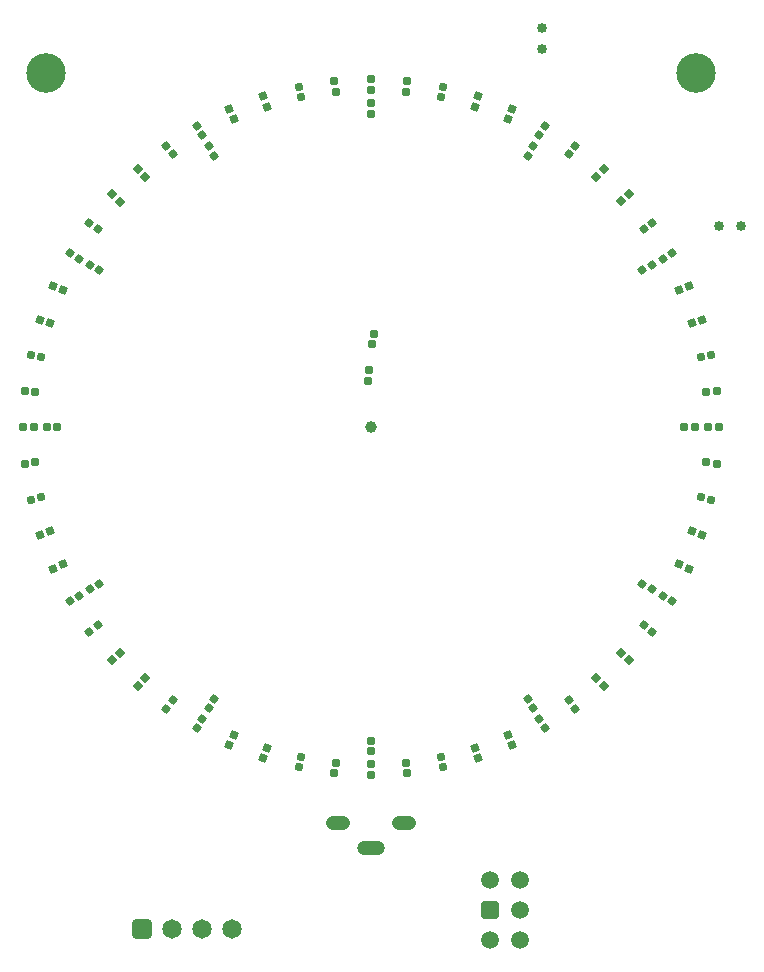
<source format=gbr>
%TF.GenerationSoftware,Altium Limited,Altium Designer,20.1.8 (145)*%
G04 Layer_Color=32768*
%FSLAX43Y43*%
%MOMM*%
%TF.SameCoordinates,D169B7AB-BDD6-48C1-BF66-756871F3EBFE*%
%TF.FilePolarity,Negative*%
%TF.FileFunction,Soldermask,Top*%
%TF.Part,Single*%
G01*
G75*
%TA.AperFunction,ComponentPad*%
%ADD51C,1.500*%
G04:AMPARAMS|DCode=52|XSize=1.5mm|YSize=1.5mm|CornerRadius=0.15mm|HoleSize=0mm|Usage=FLASHONLY|Rotation=0.000|XOffset=0mm|YOffset=0mm|HoleType=Round|Shape=RoundedRectangle|*
%AMROUNDEDRECTD52*
21,1,1.500,1.200,0,0,0.0*
21,1,1.200,1.500,0,0,0.0*
1,1,0.300,0.600,-0.600*
1,1,0.300,-0.600,-0.600*
1,1,0.300,-0.600,0.600*
1,1,0.300,0.600,0.600*
%
%ADD52ROUNDEDRECTD52*%
%ADD106O,2.050X1.250*%
%ADD107O,2.350X1.250*%
%ADD108C,0.850*%
G04:AMPARAMS|DCode=109|XSize=1.65mm|YSize=1.65mm|CornerRadius=0.263mm|HoleSize=0mm|Usage=FLASHONLY|Rotation=0.000|XOffset=0mm|YOffset=0mm|HoleType=Round|Shape=RoundedRectangle|*
%AMROUNDEDRECTD109*
21,1,1.650,1.125,0,0,0.0*
21,1,1.125,1.650,0,0,0.0*
1,1,0.525,0.563,-0.563*
1,1,0.525,-0.563,-0.563*
1,1,0.525,-0.563,0.563*
1,1,0.525,0.563,0.563*
%
%ADD109ROUNDEDRECTD109*%
%ADD110C,1.650*%
%TA.AperFunction,ViaPad*%
%ADD111C,3.350*%
%ADD112C,1.000*%
%TA.AperFunction,SMDPad,CuDef*%
G04:AMPARAMS|DCode=114|XSize=0.65mm|YSize=0.65mm|CornerRadius=0.078mm|HoleSize=0mm|Usage=FLASHONLY|Rotation=180.000|XOffset=0mm|YOffset=0mm|HoleType=Round|Shape=RoundedRectangle|*
%AMROUNDEDRECTD114*
21,1,0.650,0.495,0,0,180.0*
21,1,0.495,0.650,0,0,180.0*
1,1,0.155,-0.248,0.248*
1,1,0.155,0.248,0.248*
1,1,0.155,0.248,-0.248*
1,1,0.155,-0.248,-0.248*
%
%ADD114ROUNDEDRECTD114*%
G04:AMPARAMS|DCode=115|XSize=0.65mm|YSize=0.65mm|CornerRadius=0.078mm|HoleSize=0mm|Usage=FLASHONLY|Rotation=174.000|XOffset=0mm|YOffset=0mm|HoleType=Round|Shape=RoundedRectangle|*
%AMROUNDEDRECTD115*
21,1,0.650,0.495,0,0,174.0*
21,1,0.495,0.650,0,0,174.0*
1,1,0.155,-0.220,0.272*
1,1,0.155,0.272,0.220*
1,1,0.155,0.220,-0.272*
1,1,0.155,-0.272,-0.220*
%
%ADD115ROUNDEDRECTD115*%
G04:AMPARAMS|DCode=116|XSize=0.65mm|YSize=0.65mm|CornerRadius=0.078mm|HoleSize=0mm|Usage=FLASHONLY|Rotation=168.000|XOffset=0mm|YOffset=0mm|HoleType=Round|Shape=RoundedRectangle|*
%AMROUNDEDRECTD116*
21,1,0.650,0.495,0,0,168.0*
21,1,0.495,0.650,0,0,168.0*
1,1,0.155,-0.191,0.294*
1,1,0.155,0.294,0.191*
1,1,0.155,0.191,-0.294*
1,1,0.155,-0.294,-0.191*
%
%ADD116ROUNDEDRECTD116*%
G04:AMPARAMS|DCode=117|XSize=0.65mm|YSize=0.65mm|CornerRadius=0.078mm|HoleSize=0mm|Usage=FLASHONLY|Rotation=162.000|XOffset=0mm|YOffset=0mm|HoleType=Round|Shape=RoundedRectangle|*
%AMROUNDEDRECTD117*
21,1,0.650,0.495,0,0,162.0*
21,1,0.495,0.650,0,0,162.0*
1,1,0.155,-0.159,0.312*
1,1,0.155,0.312,0.159*
1,1,0.155,0.159,-0.312*
1,1,0.155,-0.312,-0.159*
%
%ADD117ROUNDEDRECTD117*%
G04:AMPARAMS|DCode=118|XSize=0.65mm|YSize=0.65mm|CornerRadius=0.078mm|HoleSize=0mm|Usage=FLASHONLY|Rotation=156.000|XOffset=0mm|YOffset=0mm|HoleType=Round|Shape=RoundedRectangle|*
%AMROUNDEDRECTD118*
21,1,0.650,0.495,0,0,156.0*
21,1,0.495,0.650,0,0,156.0*
1,1,0.155,-0.125,0.327*
1,1,0.155,0.327,0.125*
1,1,0.155,0.125,-0.327*
1,1,0.155,-0.327,-0.125*
%
%ADD118ROUNDEDRECTD118*%
G04:AMPARAMS|DCode=119|XSize=0.65mm|YSize=0.65mm|CornerRadius=0.078mm|HoleSize=0mm|Usage=FLASHONLY|Rotation=150.000|XOffset=0mm|YOffset=0mm|HoleType=Round|Shape=RoundedRectangle|*
%AMROUNDEDRECTD119*
21,1,0.650,0.495,0,0,150.0*
21,1,0.495,0.650,0,0,150.0*
1,1,0.155,-0.091,0.338*
1,1,0.155,0.338,0.091*
1,1,0.155,0.091,-0.338*
1,1,0.155,-0.338,-0.091*
%
%ADD119ROUNDEDRECTD119*%
G04:AMPARAMS|DCode=120|XSize=0.65mm|YSize=0.65mm|CornerRadius=0.078mm|HoleSize=0mm|Usage=FLASHONLY|Rotation=144.000|XOffset=0mm|YOffset=0mm|HoleType=Round|Shape=RoundedRectangle|*
%AMROUNDEDRECTD120*
21,1,0.650,0.495,0,0,144.0*
21,1,0.495,0.650,0,0,144.0*
1,1,0.155,-0.055,0.346*
1,1,0.155,0.346,0.055*
1,1,0.155,0.055,-0.346*
1,1,0.155,-0.346,-0.055*
%
%ADD120ROUNDEDRECTD120*%
G04:AMPARAMS|DCode=121|XSize=0.65mm|YSize=0.65mm|CornerRadius=0.078mm|HoleSize=0mm|Usage=FLASHONLY|Rotation=138.000|XOffset=0mm|YOffset=0mm|HoleType=Round|Shape=RoundedRectangle|*
%AMROUNDEDRECTD121*
21,1,0.650,0.495,0,0,138.0*
21,1,0.495,0.650,0,0,138.0*
1,1,0.155,-0.018,0.350*
1,1,0.155,0.350,0.018*
1,1,0.155,0.018,-0.350*
1,1,0.155,-0.350,-0.018*
%
%ADD121ROUNDEDRECTD121*%
G04:AMPARAMS|DCode=122|XSize=0.65mm|YSize=0.65mm|CornerRadius=0.078mm|HoleSize=0mm|Usage=FLASHONLY|Rotation=132.050|XOffset=0mm|YOffset=0mm|HoleType=Round|Shape=RoundedRectangle|*
%AMROUNDEDRECTD122*
21,1,0.650,0.495,0,0,132.1*
21,1,0.495,0.650,0,0,132.1*
1,1,0.155,0.018,0.350*
1,1,0.155,0.350,-0.018*
1,1,0.155,-0.018,-0.350*
1,1,0.155,-0.350,0.018*
%
%ADD122ROUNDEDRECTD122*%
G04:AMPARAMS|DCode=123|XSize=0.65mm|YSize=0.65mm|CornerRadius=0.078mm|HoleSize=0mm|Usage=FLASHONLY|Rotation=126.000|XOffset=0mm|YOffset=0mm|HoleType=Round|Shape=RoundedRectangle|*
%AMROUNDEDRECTD123*
21,1,0.650,0.495,0,0,126.0*
21,1,0.495,0.650,0,0,126.0*
1,1,0.155,0.055,0.346*
1,1,0.155,0.346,-0.055*
1,1,0.155,-0.055,-0.346*
1,1,0.155,-0.346,0.055*
%
%ADD123ROUNDEDRECTD123*%
G04:AMPARAMS|DCode=124|XSize=0.65mm|YSize=0.65mm|CornerRadius=0.078mm|HoleSize=0mm|Usage=FLASHONLY|Rotation=120.000|XOffset=0mm|YOffset=0mm|HoleType=Round|Shape=RoundedRectangle|*
%AMROUNDEDRECTD124*
21,1,0.650,0.495,0,0,120.0*
21,1,0.495,0.650,0,0,120.0*
1,1,0.155,0.091,0.338*
1,1,0.155,0.338,-0.091*
1,1,0.155,-0.091,-0.338*
1,1,0.155,-0.338,0.091*
%
%ADD124ROUNDEDRECTD124*%
G04:AMPARAMS|DCode=125|XSize=0.65mm|YSize=0.65mm|CornerRadius=0.078mm|HoleSize=0mm|Usage=FLASHONLY|Rotation=114.000|XOffset=0mm|YOffset=0mm|HoleType=Round|Shape=RoundedRectangle|*
%AMROUNDEDRECTD125*
21,1,0.650,0.495,0,0,114.0*
21,1,0.495,0.650,0,0,114.0*
1,1,0.155,0.125,0.327*
1,1,0.155,0.327,-0.125*
1,1,0.155,-0.125,-0.327*
1,1,0.155,-0.327,0.125*
%
%ADD125ROUNDEDRECTD125*%
G04:AMPARAMS|DCode=126|XSize=0.65mm|YSize=0.65mm|CornerRadius=0.078mm|HoleSize=0mm|Usage=FLASHONLY|Rotation=108.000|XOffset=0mm|YOffset=0mm|HoleType=Round|Shape=RoundedRectangle|*
%AMROUNDEDRECTD126*
21,1,0.650,0.495,0,0,108.0*
21,1,0.495,0.650,0,0,108.0*
1,1,0.155,0.159,0.312*
1,1,0.155,0.312,-0.159*
1,1,0.155,-0.159,-0.312*
1,1,0.155,-0.312,0.159*
%
%ADD126ROUNDEDRECTD126*%
G04:AMPARAMS|DCode=127|XSize=0.65mm|YSize=0.65mm|CornerRadius=0.078mm|HoleSize=0mm|Usage=FLASHONLY|Rotation=102.000|XOffset=0mm|YOffset=0mm|HoleType=Round|Shape=RoundedRectangle|*
%AMROUNDEDRECTD127*
21,1,0.650,0.495,0,0,102.0*
21,1,0.495,0.650,0,0,102.0*
1,1,0.155,0.191,0.294*
1,1,0.155,0.294,-0.191*
1,1,0.155,-0.191,-0.294*
1,1,0.155,-0.294,0.191*
%
%ADD127ROUNDEDRECTD127*%
G04:AMPARAMS|DCode=128|XSize=0.65mm|YSize=0.65mm|CornerRadius=0.078mm|HoleSize=0mm|Usage=FLASHONLY|Rotation=96.000|XOffset=0mm|YOffset=0mm|HoleType=Round|Shape=RoundedRectangle|*
%AMROUNDEDRECTD128*
21,1,0.650,0.495,0,0,96.0*
21,1,0.495,0.650,0,0,96.0*
1,1,0.155,0.220,0.272*
1,1,0.155,0.272,-0.220*
1,1,0.155,-0.220,-0.272*
1,1,0.155,-0.272,0.220*
%
%ADD128ROUNDEDRECTD128*%
G04:AMPARAMS|DCode=129|XSize=0.65mm|YSize=0.65mm|CornerRadius=0.078mm|HoleSize=0mm|Usage=FLASHONLY|Rotation=90.000|XOffset=0mm|YOffset=0mm|HoleType=Round|Shape=RoundedRectangle|*
%AMROUNDEDRECTD129*
21,1,0.650,0.495,0,0,90.0*
21,1,0.495,0.650,0,0,90.0*
1,1,0.155,0.248,0.248*
1,1,0.155,0.248,-0.248*
1,1,0.155,-0.248,-0.248*
1,1,0.155,-0.248,0.248*
%
%ADD129ROUNDEDRECTD129*%
G04:AMPARAMS|DCode=130|XSize=0.65mm|YSize=0.65mm|CornerRadius=0.078mm|HoleSize=0mm|Usage=FLASHONLY|Rotation=84.000|XOffset=0mm|YOffset=0mm|HoleType=Round|Shape=RoundedRectangle|*
%AMROUNDEDRECTD130*
21,1,0.650,0.495,0,0,84.0*
21,1,0.495,0.650,0,0,84.0*
1,1,0.155,0.272,0.220*
1,1,0.155,0.220,-0.272*
1,1,0.155,-0.272,-0.220*
1,1,0.155,-0.220,0.272*
%
%ADD130ROUNDEDRECTD130*%
G04:AMPARAMS|DCode=131|XSize=0.65mm|YSize=0.65mm|CornerRadius=0.078mm|HoleSize=0mm|Usage=FLASHONLY|Rotation=78.000|XOffset=0mm|YOffset=0mm|HoleType=Round|Shape=RoundedRectangle|*
%AMROUNDEDRECTD131*
21,1,0.650,0.495,0,0,78.0*
21,1,0.495,0.650,0,0,78.0*
1,1,0.155,0.294,0.191*
1,1,0.155,0.191,-0.294*
1,1,0.155,-0.294,-0.191*
1,1,0.155,-0.191,0.294*
%
%ADD131ROUNDEDRECTD131*%
G04:AMPARAMS|DCode=132|XSize=0.65mm|YSize=0.65mm|CornerRadius=0.078mm|HoleSize=0mm|Usage=FLASHONLY|Rotation=72.000|XOffset=0mm|YOffset=0mm|HoleType=Round|Shape=RoundedRectangle|*
%AMROUNDEDRECTD132*
21,1,0.650,0.495,0,0,72.0*
21,1,0.495,0.650,0,0,72.0*
1,1,0.155,0.312,0.159*
1,1,0.155,0.159,-0.312*
1,1,0.155,-0.312,-0.159*
1,1,0.155,-0.159,0.312*
%
%ADD132ROUNDEDRECTD132*%
G04:AMPARAMS|DCode=133|XSize=0.65mm|YSize=0.65mm|CornerRadius=0.078mm|HoleSize=0mm|Usage=FLASHONLY|Rotation=66.000|XOffset=0mm|YOffset=0mm|HoleType=Round|Shape=RoundedRectangle|*
%AMROUNDEDRECTD133*
21,1,0.650,0.495,0,0,66.0*
21,1,0.495,0.650,0,0,66.0*
1,1,0.155,0.327,0.125*
1,1,0.155,0.125,-0.327*
1,1,0.155,-0.327,-0.125*
1,1,0.155,-0.125,0.327*
%
%ADD133ROUNDEDRECTD133*%
G04:AMPARAMS|DCode=134|XSize=0.65mm|YSize=0.65mm|CornerRadius=0.078mm|HoleSize=0mm|Usage=FLASHONLY|Rotation=60.000|XOffset=0mm|YOffset=0mm|HoleType=Round|Shape=RoundedRectangle|*
%AMROUNDEDRECTD134*
21,1,0.650,0.495,0,0,60.0*
21,1,0.495,0.650,0,0,60.0*
1,1,0.155,0.338,0.091*
1,1,0.155,0.091,-0.338*
1,1,0.155,-0.338,-0.091*
1,1,0.155,-0.091,0.338*
%
%ADD134ROUNDEDRECTD134*%
G04:AMPARAMS|DCode=135|XSize=0.65mm|YSize=0.65mm|CornerRadius=0.078mm|HoleSize=0mm|Usage=FLASHONLY|Rotation=54.000|XOffset=0mm|YOffset=0mm|HoleType=Round|Shape=RoundedRectangle|*
%AMROUNDEDRECTD135*
21,1,0.650,0.495,0,0,54.0*
21,1,0.495,0.650,0,0,54.0*
1,1,0.155,0.346,0.055*
1,1,0.155,0.055,-0.346*
1,1,0.155,-0.346,-0.055*
1,1,0.155,-0.055,0.346*
%
%ADD135ROUNDEDRECTD135*%
G04:AMPARAMS|DCode=136|XSize=0.65mm|YSize=0.65mm|CornerRadius=0.078mm|HoleSize=0mm|Usage=FLASHONLY|Rotation=48.000|XOffset=0mm|YOffset=0mm|HoleType=Round|Shape=RoundedRectangle|*
%AMROUNDEDRECTD136*
21,1,0.650,0.495,0,0,48.0*
21,1,0.495,0.650,0,0,48.0*
1,1,0.155,0.350,0.018*
1,1,0.155,0.018,-0.350*
1,1,0.155,-0.350,-0.018*
1,1,0.155,-0.018,0.350*
%
%ADD136ROUNDEDRECTD136*%
G04:AMPARAMS|DCode=137|XSize=0.65mm|YSize=0.65mm|CornerRadius=0.078mm|HoleSize=0mm|Usage=FLASHONLY|Rotation=42.000|XOffset=0mm|YOffset=0mm|HoleType=Round|Shape=RoundedRectangle|*
%AMROUNDEDRECTD137*
21,1,0.650,0.495,0,0,42.0*
21,1,0.495,0.650,0,0,42.0*
1,1,0.155,0.350,-0.018*
1,1,0.155,-0.018,-0.350*
1,1,0.155,-0.350,0.018*
1,1,0.155,0.018,0.350*
%
%ADD137ROUNDEDRECTD137*%
G04:AMPARAMS|DCode=138|XSize=0.65mm|YSize=0.65mm|CornerRadius=0.078mm|HoleSize=0mm|Usage=FLASHONLY|Rotation=36.000|XOffset=0mm|YOffset=0mm|HoleType=Round|Shape=RoundedRectangle|*
%AMROUNDEDRECTD138*
21,1,0.650,0.495,0,0,36.0*
21,1,0.495,0.650,0,0,36.0*
1,1,0.155,0.346,-0.055*
1,1,0.155,-0.055,-0.346*
1,1,0.155,-0.346,0.055*
1,1,0.155,0.055,0.346*
%
%ADD138ROUNDEDRECTD138*%
G04:AMPARAMS|DCode=139|XSize=0.65mm|YSize=0.65mm|CornerRadius=0.078mm|HoleSize=0mm|Usage=FLASHONLY|Rotation=30.000|XOffset=0mm|YOffset=0mm|HoleType=Round|Shape=RoundedRectangle|*
%AMROUNDEDRECTD139*
21,1,0.650,0.495,0,0,30.0*
21,1,0.495,0.650,0,0,30.0*
1,1,0.155,0.338,-0.091*
1,1,0.155,-0.091,-0.338*
1,1,0.155,-0.338,0.091*
1,1,0.155,0.091,0.338*
%
%ADD139ROUNDEDRECTD139*%
G04:AMPARAMS|DCode=140|XSize=0.65mm|YSize=0.65mm|CornerRadius=0.078mm|HoleSize=0mm|Usage=FLASHONLY|Rotation=24.000|XOffset=0mm|YOffset=0mm|HoleType=Round|Shape=RoundedRectangle|*
%AMROUNDEDRECTD140*
21,1,0.650,0.495,0,0,24.0*
21,1,0.495,0.650,0,0,24.0*
1,1,0.155,0.327,-0.125*
1,1,0.155,-0.125,-0.327*
1,1,0.155,-0.327,0.125*
1,1,0.155,0.125,0.327*
%
%ADD140ROUNDEDRECTD140*%
G04:AMPARAMS|DCode=141|XSize=0.65mm|YSize=0.65mm|CornerRadius=0.078mm|HoleSize=0mm|Usage=FLASHONLY|Rotation=18.000|XOffset=0mm|YOffset=0mm|HoleType=Round|Shape=RoundedRectangle|*
%AMROUNDEDRECTD141*
21,1,0.650,0.495,0,0,18.0*
21,1,0.495,0.650,0,0,18.0*
1,1,0.155,0.312,-0.159*
1,1,0.155,-0.159,-0.312*
1,1,0.155,-0.312,0.159*
1,1,0.155,0.159,0.312*
%
%ADD141ROUNDEDRECTD141*%
G04:AMPARAMS|DCode=142|XSize=0.65mm|YSize=0.65mm|CornerRadius=0.078mm|HoleSize=0mm|Usage=FLASHONLY|Rotation=12.000|XOffset=0mm|YOffset=0mm|HoleType=Round|Shape=RoundedRectangle|*
%AMROUNDEDRECTD142*
21,1,0.650,0.495,0,0,12.0*
21,1,0.495,0.650,0,0,12.0*
1,1,0.155,0.294,-0.191*
1,1,0.155,-0.191,-0.294*
1,1,0.155,-0.294,0.191*
1,1,0.155,0.191,0.294*
%
%ADD142ROUNDEDRECTD142*%
G04:AMPARAMS|DCode=143|XSize=0.65mm|YSize=0.65mm|CornerRadius=0.078mm|HoleSize=0mm|Usage=FLASHONLY|Rotation=6.000|XOffset=0mm|YOffset=0mm|HoleType=Round|Shape=RoundedRectangle|*
%AMROUNDEDRECTD143*
21,1,0.650,0.495,0,0,6.0*
21,1,0.495,0.650,0,0,6.0*
1,1,0.155,0.272,-0.220*
1,1,0.155,-0.220,-0.272*
1,1,0.155,-0.272,0.220*
1,1,0.155,0.220,0.272*
%
%ADD143ROUNDEDRECTD143*%
G04:AMPARAMS|DCode=144|XSize=0.65mm|YSize=0.65mm|CornerRadius=0.078mm|HoleSize=0mm|Usage=FLASHONLY|Rotation=352.000|XOffset=0mm|YOffset=0mm|HoleType=Round|Shape=RoundedRectangle|*
%AMROUNDEDRECTD144*
21,1,0.650,0.495,0,0,352.0*
21,1,0.495,0.650,0,0,352.0*
1,1,0.155,0.211,-0.280*
1,1,0.155,-0.280,-0.211*
1,1,0.155,-0.211,0.280*
1,1,0.155,0.280,0.211*
%
%ADD144ROUNDEDRECTD144*%
D51*
X1045150Y1006665D02*
D03*
Y1004125D02*
D03*
Y1001585D02*
D03*
X1042610D02*
D03*
Y1006665D02*
D03*
D52*
Y1004125D02*
D03*
D106*
X1029710Y1011484D02*
D03*
X1035310D02*
D03*
D107*
X1032510Y1009334D02*
D03*
D108*
X1063811Y1062000D02*
D03*
X1062011D02*
D03*
X1047000Y1078808D02*
D03*
Y1077008D02*
D03*
D109*
X1013095Y1002503D02*
D03*
D110*
X1015635D02*
D03*
X1018175D02*
D03*
X1020715D02*
D03*
D111*
X1060000Y1075000D02*
D03*
X1005000D02*
D03*
D112*
X1032500Y1045000D02*
D03*
D114*
Y1074450D02*
D03*
Y1073550D02*
D03*
Y1072450D02*
D03*
Y1071550D02*
D03*
Y1017550D02*
D03*
Y1018450D02*
D03*
Y1015550D02*
D03*
Y1016450D02*
D03*
D115*
X1035578Y1074289D02*
D03*
X1035484Y1073394D02*
D03*
X1029422Y1015711D02*
D03*
X1029516Y1016606D02*
D03*
D116*
X1038623Y1073807D02*
D03*
X1038436Y1072926D02*
D03*
X1026377Y1016194D02*
D03*
X1026564Y1017074D02*
D03*
D117*
X1041601Y1073009D02*
D03*
X1041322Y1072153D02*
D03*
X1023399Y1016991D02*
D03*
X1023678Y1017847D02*
D03*
D118*
X1044478Y1071904D02*
D03*
X1044112Y1071082D02*
D03*
X1020522Y1018096D02*
D03*
X1020888Y1018918D02*
D03*
D119*
X1047225Y1070505D02*
D03*
X1046775Y1069725D02*
D03*
X1046225Y1068772D02*
D03*
X1045775Y1067993D02*
D03*
X1018775Y1021228D02*
D03*
X1019225Y1022007D02*
D03*
X1017775Y1019496D02*
D03*
X1018225Y1020275D02*
D03*
D120*
X1049810Y1068826D02*
D03*
X1049281Y1068097D02*
D03*
X1015190Y1021174D02*
D03*
X1015719Y1021903D02*
D03*
D121*
X1052206Y1066886D02*
D03*
X1051604Y1066217D02*
D03*
X1012794Y1023114D02*
D03*
X1013396Y1023783D02*
D03*
D122*
X1054382Y1064737D02*
D03*
X1053714Y1064135D02*
D03*
X1010614Y1025294D02*
D03*
X1011283Y1025896D02*
D03*
D123*
X1056326Y1062310D02*
D03*
X1055597Y1061781D02*
D03*
X1008674Y1027690D02*
D03*
X1009403Y1028219D02*
D03*
D124*
X1058005Y1059725D02*
D03*
X1057225Y1059275D02*
D03*
X1056272Y1058725D02*
D03*
X1055493Y1058275D02*
D03*
X1008728Y1031275D02*
D03*
X1009507Y1031725D02*
D03*
X1006996Y1030275D02*
D03*
X1007775Y1030725D02*
D03*
D125*
X1059404Y1056978D02*
D03*
X1058582Y1056612D02*
D03*
X1005596Y1033022D02*
D03*
X1006418Y1033388D02*
D03*
D126*
X1060509Y1054101D02*
D03*
X1059653Y1053822D02*
D03*
X1004491Y1035899D02*
D03*
X1005347Y1036178D02*
D03*
D127*
X1061307Y1051123D02*
D03*
X1060426Y1050936D02*
D03*
X1003694Y1038877D02*
D03*
X1004574Y1039064D02*
D03*
D128*
X1061789Y1048078D02*
D03*
X1060894Y1047984D02*
D03*
X1003211Y1041922D02*
D03*
X1004106Y1042016D02*
D03*
D129*
X1059950Y1045000D02*
D03*
X1059050D02*
D03*
X1061950D02*
D03*
X1061050D02*
D03*
X1005050D02*
D03*
X1005950D02*
D03*
X1003050D02*
D03*
X1003950D02*
D03*
D130*
X1061789Y1041922D02*
D03*
X1060894Y1042016D02*
D03*
X1003211Y1048078D02*
D03*
X1004106Y1047984D02*
D03*
D131*
X1061307Y1038877D02*
D03*
X1060426Y1039064D02*
D03*
X1003694Y1051123D02*
D03*
X1004574Y1050936D02*
D03*
D132*
X1060509Y1035899D02*
D03*
X1059653Y1036178D02*
D03*
X1004491Y1054101D02*
D03*
X1005347Y1053822D02*
D03*
D133*
X1059404Y1033022D02*
D03*
X1058582Y1033388D02*
D03*
X1005596Y1056978D02*
D03*
X1006418Y1056612D02*
D03*
D134*
X1056272Y1031275D02*
D03*
X1055493Y1031725D02*
D03*
X1058005Y1030275D02*
D03*
X1057225Y1030725D02*
D03*
X1008728Y1058725D02*
D03*
X1009507Y1058275D02*
D03*
X1006996Y1059725D02*
D03*
X1007775Y1059275D02*
D03*
D135*
X1056326Y1027690D02*
D03*
X1055597Y1028219D02*
D03*
X1008674Y1062310D02*
D03*
X1009403Y1061781D02*
D03*
D136*
X1054386Y1025294D02*
D03*
X1053717Y1025896D02*
D03*
X1010614Y1064706D02*
D03*
X1011283Y1064104D02*
D03*
D137*
X1052206Y1023114D02*
D03*
X1051604Y1023783D02*
D03*
X1012794Y1066886D02*
D03*
X1013396Y1066217D02*
D03*
D138*
X1049810Y1021174D02*
D03*
X1049281Y1021903D02*
D03*
X1015190Y1068826D02*
D03*
X1015719Y1068097D02*
D03*
D139*
X1046225Y1021228D02*
D03*
X1045775Y1022007D02*
D03*
X1047225Y1019496D02*
D03*
X1046775Y1020275D02*
D03*
X1017775Y1070505D02*
D03*
X1018225Y1069725D02*
D03*
X1018775Y1068772D02*
D03*
X1019225Y1067993D02*
D03*
D140*
X1044478Y1018096D02*
D03*
X1044112Y1018918D02*
D03*
X1020522Y1071904D02*
D03*
X1020888Y1071082D02*
D03*
D141*
X1041601Y1016991D02*
D03*
X1041322Y1017847D02*
D03*
X1023399Y1073009D02*
D03*
X1023678Y1072153D02*
D03*
D142*
X1038623Y1016194D02*
D03*
X1038436Y1017074D02*
D03*
X1026377Y1073807D02*
D03*
X1026564Y1072926D02*
D03*
D143*
X1035578Y1015711D02*
D03*
X1035484Y1016606D02*
D03*
X1029422Y1074289D02*
D03*
X1029516Y1073394D02*
D03*
D144*
X1032225Y1048941D02*
D03*
X1032350Y1049833D02*
D03*
X1032631Y1052011D02*
D03*
X1032756Y1052902D02*
D03*
%TF.MD5,5f08438c531e0d27202091fa93fac767*%
M02*

</source>
